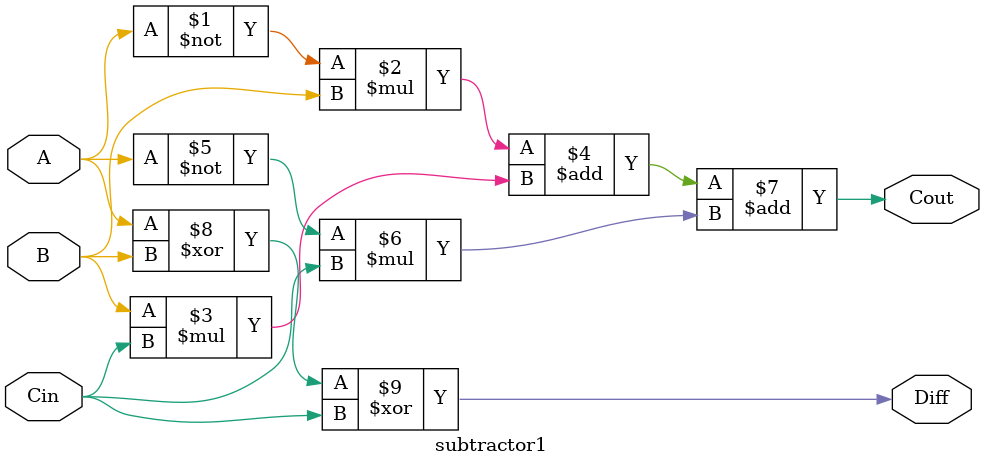
<source format=sv>
`timescale 1ns / 1ps


module subtractor1(
    input A,
    input B,
    input Cin,
    output Cout,
    output Diff
    );
    assign Cout = ((~A)*B)+(B*Cin)+((~A)*Cin);
    assign Diff =A^B^Cin ;
endmodule

</source>
